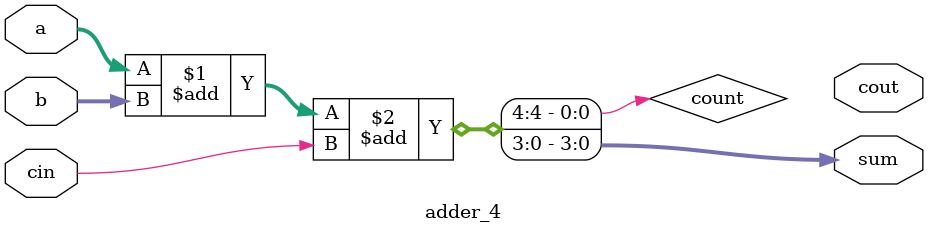
<source format=sv>

module adder_4 (
    input [3:0]  a,
    input [3:0]  b,
    input        cin,
    output [3:0] sum,
    output       cout
    );
    
    assign {count, sum} = a + b + cin;

endmodule
</source>
